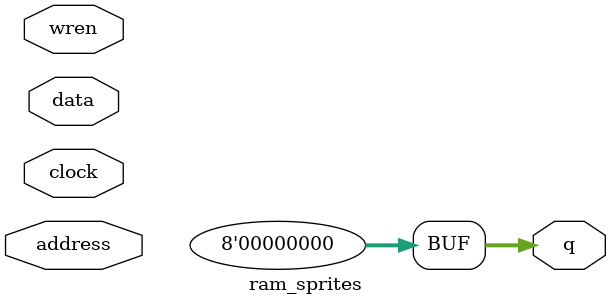
<source format=v>
module ram_sprites(	// file.cleaned.mlir:2:3
  input  [9:0] address,	// file.cleaned.mlir:2:29
  input        clock,	// file.cleaned.mlir:2:48
  input  [7:0] data,	// file.cleaned.mlir:2:64
  input        wren,	// file.cleaned.mlir:2:79
  output [7:0] q	// file.cleaned.mlir:2:95
);

  assign q = 8'h0;	// file.cleaned.mlir:3:14, :4:5
endmodule


</source>
